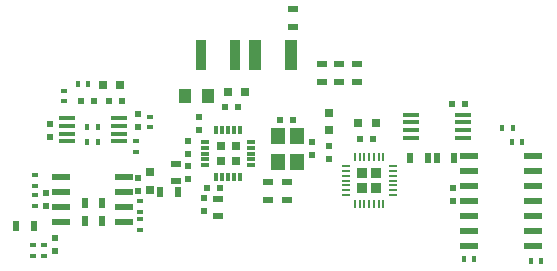
<source format=gtp>
G04 #@! TF.FileFunction,Paste,Top*
%FSLAX46Y46*%
G04 Gerber Fmt 4.6, Leading zero omitted, Abs format (unit mm)*
G04 Created by KiCad (PCBNEW 4.0.1-stable) date Friday, February 12, 2016 'PMt' 08:25:32 PM*
%MOMM*%
G01*
G04 APERTURE LIST*
%ADD10C,0.100000*%
%ADD11R,0.500000X0.900000*%
%ADD12R,0.500000X0.600000*%
%ADD13R,1.450000X0.450000*%
%ADD14R,0.730000X0.300000*%
%ADD15R,0.300000X0.730000*%
%ADD16R,0.750000X0.750000*%
%ADD17R,0.600000X0.500000*%
%ADD18R,1.200000X1.400000*%
%ADD19R,0.800000X0.750000*%
%ADD20R,0.750000X0.800000*%
%ADD21R,0.900000X2.500000*%
%ADD22R,0.900000X0.500000*%
%ADD23R,1.000000X2.500000*%
%ADD24R,1.000000X1.250000*%
%ADD25R,0.600000X0.400000*%
%ADD26R,0.400000X0.600000*%
%ADD27R,1.500000X0.600000*%
%ADD28R,0.800000X0.200000*%
%ADD29R,0.200000X0.800000*%
%ADD30R,0.900000X0.900000*%
%ADD31R,1.550000X0.600000*%
G04 APERTURE END LIST*
D10*
D11*
X206900000Y-83200000D03*
X205400000Y-83200000D03*
D12*
X197100000Y-82950000D03*
X197100000Y-81850000D03*
D13*
X176319102Y-79829258D03*
X176319102Y-80479258D03*
X176319102Y-81129258D03*
X176319102Y-81779258D03*
X180719102Y-81779258D03*
X180719102Y-81129258D03*
X180719102Y-80479258D03*
X180719102Y-79829258D03*
D14*
X188027000Y-81804000D03*
X188027000Y-82304000D03*
X188027000Y-82804000D03*
X188027000Y-83304000D03*
X188027000Y-83804000D03*
D15*
X188992000Y-84769000D03*
X189492000Y-84769000D03*
X189992000Y-84769000D03*
X190492000Y-84769000D03*
X190992000Y-84769000D03*
D14*
X191957000Y-83804000D03*
X191957000Y-83304000D03*
X191957000Y-82804000D03*
X191957000Y-82304000D03*
X191957000Y-81804000D03*
D15*
X190992000Y-80839000D03*
X190492000Y-80839000D03*
X189992000Y-80839000D03*
X189492000Y-80839000D03*
X188992000Y-80839000D03*
D16*
X190617000Y-83429000D03*
X190617000Y-82179000D03*
X189367000Y-83429000D03*
X189367000Y-82179000D03*
D17*
X180969102Y-78329258D03*
X179869102Y-78329258D03*
D12*
X182400000Y-85950000D03*
X182400000Y-84850000D03*
D17*
X177519102Y-78329258D03*
X178619102Y-78329258D03*
D12*
X175300000Y-91050000D03*
X175300000Y-89950000D03*
D17*
X189750000Y-78900000D03*
X190850000Y-78900000D03*
D12*
X187500000Y-79750000D03*
X187500000Y-80850000D03*
X198500000Y-83300000D03*
X198500000Y-82200000D03*
D17*
X201150000Y-81600000D03*
X202250000Y-81600000D03*
D12*
X187960000Y-86572000D03*
X187960000Y-87672000D03*
D18*
X195800000Y-83500000D03*
X195800000Y-81300000D03*
X194200000Y-83500000D03*
X194200000Y-81300000D03*
D19*
X180869102Y-77029258D03*
X179369102Y-77029258D03*
D20*
X183400000Y-85850000D03*
X183400000Y-84350000D03*
D19*
X189950000Y-77600000D03*
X191450000Y-77600000D03*
D20*
X198500000Y-79350000D03*
X198500000Y-80850000D03*
D19*
X201000000Y-80250000D03*
X202500000Y-80250000D03*
D17*
X194350000Y-80000000D03*
X195450000Y-80000000D03*
D21*
X187653000Y-74422000D03*
X190553000Y-74422000D03*
D22*
X200900000Y-76750000D03*
X200900000Y-75250000D03*
X195000000Y-85250000D03*
X195000000Y-86750000D03*
X193400000Y-85250000D03*
X193400000Y-86750000D03*
X199400000Y-76750000D03*
X199400000Y-75250000D03*
X197900000Y-76750000D03*
X197900000Y-75250000D03*
D23*
X195302000Y-74422000D03*
X192302000Y-74422000D03*
D24*
X188300000Y-77900000D03*
X186300000Y-77900000D03*
D12*
X182384102Y-80579258D03*
X182384102Y-79479258D03*
D25*
X176119102Y-77479258D03*
X176119102Y-78379258D03*
X173500000Y-90550000D03*
X173500000Y-91450000D03*
X182219102Y-81779258D03*
X182219102Y-82679258D03*
X183419102Y-80579258D03*
X183419102Y-79679258D03*
X182500000Y-87750000D03*
X182500000Y-86850000D03*
X182500000Y-88350000D03*
X182500000Y-89250000D03*
X173600000Y-86350000D03*
X173600000Y-87250000D03*
D26*
X178069102Y-80529258D03*
X178969102Y-80529258D03*
D25*
X173600000Y-84650000D03*
X173600000Y-85550000D03*
D26*
X177269102Y-76929258D03*
X178169102Y-76929258D03*
D25*
X174400000Y-91450000D03*
X174400000Y-90550000D03*
D26*
X178069102Y-81829258D03*
X178969102Y-81829258D03*
D22*
X195500000Y-70550000D03*
X195500000Y-72050000D03*
D12*
X174919102Y-81379258D03*
X174919102Y-80279258D03*
X174600000Y-87250000D03*
X174600000Y-86150000D03*
X209000000Y-86850000D03*
X209000000Y-85750000D03*
D11*
X209150000Y-83200000D03*
X207650000Y-83200000D03*
D26*
X214000000Y-81800000D03*
X214900000Y-81800000D03*
X214100000Y-80600000D03*
X213200000Y-80600000D03*
D13*
X205500000Y-79500000D03*
X205500000Y-80150000D03*
X205500000Y-80800000D03*
X205500000Y-81450000D03*
X209900000Y-81450000D03*
X209900000Y-80800000D03*
X209900000Y-80150000D03*
X209900000Y-79500000D03*
D27*
X215800000Y-90610000D03*
X215800000Y-89340000D03*
X215800000Y-88070000D03*
X215800000Y-86800000D03*
X215800000Y-85530000D03*
X215800000Y-84260000D03*
X215800000Y-82990000D03*
X210400000Y-82990000D03*
X210400000Y-84260000D03*
X210400000Y-85530000D03*
X210400000Y-86800000D03*
X210400000Y-88070000D03*
X210400000Y-89340000D03*
X210400000Y-90610000D03*
D17*
X210050000Y-78600000D03*
X208950000Y-78600000D03*
D26*
X215600000Y-91900000D03*
X216500000Y-91900000D03*
X210850000Y-91750000D03*
X209950000Y-91750000D03*
D22*
X189103000Y-88126000D03*
X189103000Y-86626000D03*
D17*
X188200000Y-85750000D03*
X189300000Y-85750000D03*
D28*
X199930000Y-83890000D03*
X199930000Y-84290000D03*
X199930000Y-84690000D03*
X199930000Y-85090000D03*
X199930000Y-85490000D03*
X199930000Y-85890000D03*
X199930000Y-86290000D03*
D29*
X200730000Y-87090000D03*
X201130000Y-87090000D03*
X201530000Y-87090000D03*
X201930000Y-87090000D03*
X202330000Y-87090000D03*
X202730000Y-87090000D03*
X203130000Y-87090000D03*
D28*
X203930000Y-86290000D03*
X203930000Y-85890000D03*
X203930000Y-85490000D03*
X203930000Y-85090000D03*
X203930000Y-84690000D03*
X203930000Y-84290000D03*
X203930000Y-83890000D03*
D29*
X203130000Y-83090000D03*
X202730000Y-83090000D03*
X202330000Y-83090000D03*
X201930000Y-83090000D03*
X201530000Y-83090000D03*
X201130000Y-83090000D03*
X200730000Y-83090000D03*
D30*
X202530000Y-85690000D03*
X202530000Y-84490000D03*
X201330000Y-85690000D03*
X201330000Y-84490000D03*
D12*
X186600000Y-82850000D03*
X186600000Y-81750000D03*
X186600000Y-83850000D03*
X186600000Y-84950000D03*
D11*
X184250000Y-86100000D03*
X185750000Y-86100000D03*
D22*
X185600000Y-85150000D03*
X185600000Y-83650000D03*
D11*
X173550000Y-88900000D03*
X172050000Y-88900000D03*
D31*
X175800000Y-84795000D03*
X175800000Y-86065000D03*
X175800000Y-87335000D03*
X175800000Y-88605000D03*
X181200000Y-88605000D03*
X181200000Y-87335000D03*
X181200000Y-86065000D03*
X181200000Y-84795000D03*
D11*
X177850000Y-87000000D03*
X179350000Y-87000000D03*
X177850000Y-88500000D03*
X179350000Y-88500000D03*
M02*

</source>
